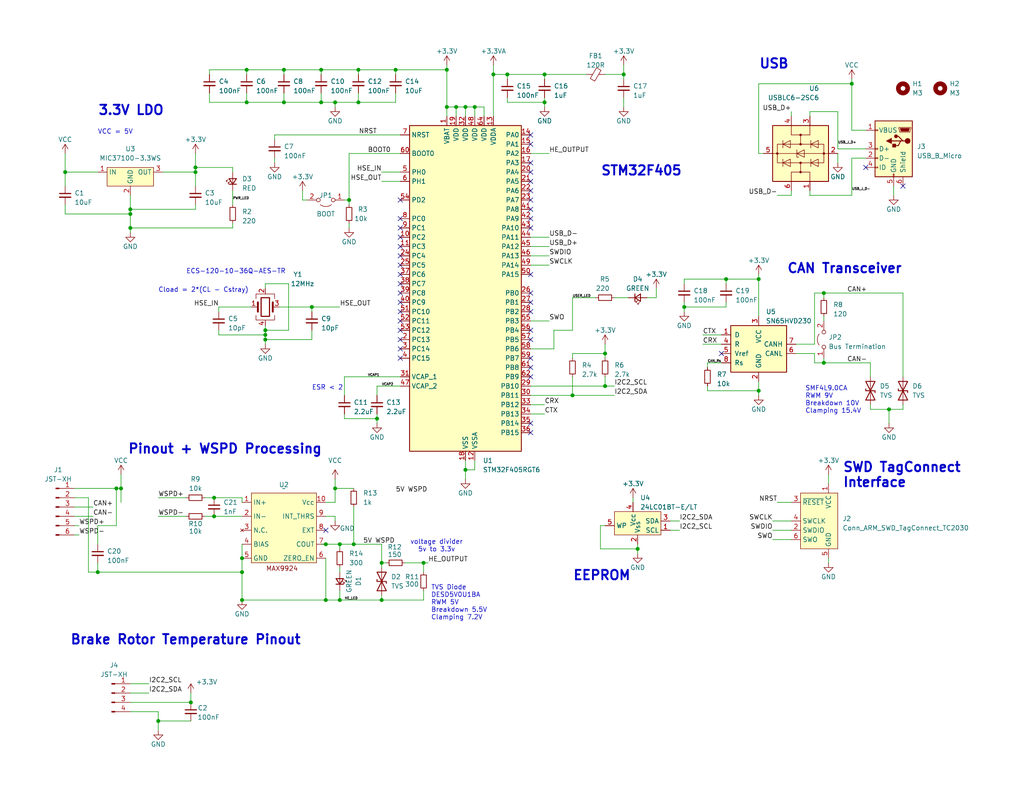
<source format=kicad_sch>
(kicad_sch (version 20250114) (generator "eeschema") (generator_version "9.0")
  (paper "USLetter")
  (title_block (title "SDM-25 Wheel Board") (date "2024-01-16") (rev "v1.2") (company "Sun Devil Motorsports"))
  (text "SWD TagConnect\nInterface" (at 229.87 133.35 0) (effects (font (size 2.56 2.56) (thickness 0.512) (bold yes)) (justify left bottom)))
  (text "Brake Rotor Temperature Pinout" (at 19.05 176.276 0) (effects (font (size 2.56 2.56) (thickness 0.512) (bold yes)) (justify left bottom)))
  (text "EEPROM" (at 156.21 158.75 0) (effects (font (size 2.56 2.56) (thickness 0.512) (bold yes)) (justify left bottom)))
  (text "USB" (at 207.01 19.05 0) (effects (font (size 2.56 2.56) (thickness 0.512) (bold yes)) (justify left bottom)))
  (text "TVS Diode\nDESD5V0U1BA\nRWM 5V\nBreakdown 5.5V\nClamping 7.2V" (at 117.602 169.418 0) (effects (font (size 1.27 1.27)) (justify left bottom)))
  (text "STM32F405" (at 163.83 48.26 0) (effects (font (size 2.56 2.56) (thickness 0.512) (bold yes)) (justify left bottom)))
  (text "ESR < 2" (at 85.09 106.68 0) (effects (font (size 1.27 1.27)) (justify left bottom)))
  (text "ECS-120-10-36Q-AES-TR" (at 50.8 74.93 0) (effects (font (size 1.27 1.27)) (justify left bottom)))
  (text "VCC = 5V\n" (at 26.67 36.83 0) (effects (font (size 1.27 1.27)) (justify left bottom)))
  (text "voltage divider\n5v to 3.3v" (at 119.126 149.098 0) (effects (font (size 1.27 1.27))))
  (text "Pinout + WSPD Processing" (at 34.798 124.206 0) (effects (font (size 2.56 2.56) (thickness 0.512) (bold yes)) (justify left bottom)))
  (text "SMF4L9.0CA\nRWM 9V\nBreakdown 10V\nClamping 15.4V" (at 219.71 113.03 0) (effects (font (size 1.27 1.27)) (justify left bottom)))
  (text "3.3V LDO" (at 26.67 31.75 0) (effects (font (size 2.56 2.56) (thickness 0.512) (bold yes)) (justify left bottom)))
  (text "Cload = 2*(CL - Cstray)" (at 43.18 80.01 0) (effects (font (size 1.27 1.27)) (justify left bottom)))
  (text "CAN Transceiver" (at 214.63 74.93 0) (effects (font (size 2.56 2.56) (thickness 0.512) (bold yes)) (justify left bottom)))
  (junction (at 170.18 20.32))
  (junction (at 87.63 19.05))
  (junction (at 207.01 106.68))
  (junction (at 115.57 153.67))
  (junction (at 134.62 20.32))
  (junction (at 232.41 22.86))
  (junction (at 52.07 191.77))
  (junction (at 17.78 46.99))
  (junction (at 91.44 133.35))
  (junction (at 165.1 96.52))
  (junction (at 186.69 83.82))
  (junction (at 91.44 27.94))
  (junction (at 35.56 58.42))
  (junction (at 66.04 156.21))
  (junction (at 72.39 92.71))
  (junction (at 242.57 111.76))
  (junction (at 121.92 29.21))
  (junction (at 26.67 156.21))
  (junction (at 53.34 46.99))
  (junction (at 43.18 196.85))
  (junction (at 102.87 114.3))
  (junction (at 85.09 83.82))
  (junction (at 97.79 19.05))
  (junction (at 72.39 90.17))
  (junction (at 104.14 153.67))
  (junction (at 97.79 27.94))
  (junction (at 198.12 76.2))
  (junction (at 207.01 76.2))
  (junction (at 35.56 62.23))
  (junction (at 35.56 57.15))
  (junction (at 156.21 107.95))
  (junction (at 224.79 80.01))
  (junction (at 92.71 163.83))
  (junction (at 165.1 105.41))
  (junction (at 67.31 27.94))
  (junction (at 58.42 135.89))
  (junction (at 148.59 20.32))
  (junction (at 72.39 91.44))
  (junction (at 77.47 27.94))
  (junction (at 127 128.27))
  (junction (at 87.63 27.94))
  (junction (at 92.71 148.59))
  (junction (at 124.46 29.21))
  (junction (at 127 29.21))
  (junction (at 33.02 133.35))
  (junction (at 67.31 19.05))
  (junction (at 31.75 133.35))
  (junction (at 107.95 19.05))
  (junction (at 53.34 45.72))
  (junction (at 224.79 99.06))
  (junction (at 88.9 148.59))
  (junction (at 96.52 148.59))
  (junction (at 173.99 149.86))
  (junction (at 121.92 19.05))
  (junction (at 66.04 152.4))
  (junction (at 138.43 20.32))
  (junction (at 58.42 140.97))
  (junction (at 148.59 27.94))
  (junction (at 104.14 163.83))
  (junction (at 77.47 19.05))
  (junction (at 129.54 29.21))
  (junction (at 88.9 163.83))
  (junction (at 95.25 54.61))
  (junction (at 66.04 163.83))
  (no_connect (at 109.22 72.39))
  (no_connect (at 144.78 46.99))
  (no_connect (at 144.78 118.11))
  (no_connect (at 144.78 82.55))
  (no_connect (at 109.22 69.85))
  (no_connect (at 109.22 85.09))
  (no_connect (at 144.78 92.71))
  (no_connect (at 144.78 54.61))
  (no_connect (at 109.22 77.47))
  (no_connect (at 88.9 144.78))
  (no_connect (at 144.78 52.07))
  (no_connect (at 109.22 64.77))
  (no_connect (at 246.38 50.8))
  (no_connect (at 144.78 100.33))
  (no_connect (at 109.22 95.25))
  (no_connect (at 236.22 45.72))
  (no_connect (at 196.85 96.52))
  (no_connect (at 144.78 97.79))
  (no_connect (at 109.22 59.69))
  (no_connect (at 109.22 90.17))
  (no_connect (at 144.78 90.17))
  (no_connect (at 144.78 57.15))
  (no_connect (at 144.78 80.01))
  (no_connect (at 144.78 102.87))
  (no_connect (at 109.22 67.31))
  (no_connect (at 109.22 54.61))
  (no_connect (at 109.22 80.01))
  (no_connect (at 144.78 115.57))
  (no_connect (at 144.78 62.23))
  (no_connect (at 144.78 36.83))
  (no_connect (at 144.78 85.09))
  (no_connect (at 144.78 39.37))
  (no_connect (at 109.22 82.55))
  (no_connect (at 144.78 49.53))
  (no_connect (at 144.78 59.69))
  (no_connect (at 109.22 92.71))
  (no_connect (at 109.22 87.63))
  (no_connect (at 144.78 74.93))
  (no_connect (at 109.22 62.23))
  (no_connect (at 144.78 44.45))
  (no_connect (at 109.22 97.79))
  (no_connect (at 109.22 74.93))
  (wire (pts (xy 74.93 38.1) (xy 74.93 36.83)))
  (wire (pts (xy 134.62 20.32) (xy 134.62 31.75)))
  (wire (pts (xy 186.69 82.55) (xy 186.69 83.82)))
  (wire (pts (xy 92.71 163.83) (xy 104.14 163.83)))
  (wire (pts (xy 170.18 21.59) (xy 170.18 20.32)))
  (wire (pts (xy 198.12 76.2) (xy 207.01 76.2)))
  (wire (pts (xy 144.78 41.91) (xy 149.86 41.91)))
  (wire (pts (xy 222.25 99.06) (xy 222.25 96.52)))
  (wire (pts (xy 144.78 69.85) (xy 149.86 69.85)))
  (wire (pts (xy 163.83 143.51) (xy 163.83 149.86)))
  (wire (pts (xy 92.71 154.94) (xy 92.71 156.21)))
  (wire (pts (xy 72.39 92.71) (xy 72.39 93.98)))
  (wire (pts (xy 88.9 152.4) (xy 88.9 163.83)))
  (wire (pts (xy 66.04 135.89) (xy 58.42 135.89)))
  (wire (pts (xy 232.41 35.56) (xy 232.41 22.86)))
  (wire (pts (xy 236.22 43.18) (xy 232.41 43.18)))
  (wire (pts (xy 17.78 55.88) (xy 17.78 58.42)))
  (wire (pts (xy 102.87 113.03) (xy 102.87 114.3)))
  (wire (pts (xy 207.01 104.14) (xy 207.01 106.68)))
  (wire (pts (xy 179.07 78.74) (xy 179.07 81.28)))
  (wire (pts (xy 91.44 133.35) (xy 91.44 137.16)))
  (wire (pts (xy 138.43 27.94) (xy 148.59 27.94)))
  (wire (pts (xy 44.45 46.99) (xy 53.34 46.99)))
  (wire (pts (xy 93.98 114.3) (xy 102.87 114.3)))
  (wire (pts (xy 115.57 153.67) (xy 116.84 153.67)))
  (wire (pts (xy 144.78 87.63) (xy 149.86 87.63)))
  (wire (pts (xy 95.25 60.96) (xy 95.25 62.23)))
  (wire (pts (xy 93.98 54.61) (xy 95.25 54.61)))
  (wire (pts (xy 57.15 20.32) (xy 57.15 19.05)))
  (wire (pts (xy 63.5 62.23) (xy 35.56 62.23)))
  (wire (pts (xy 77.47 20.32) (xy 77.47 19.05)))
  (wire (pts (xy 104.14 49.53) (xy 109.22 49.53)))
  (wire (pts (xy 58.42 140.97) (xy 66.04 140.97)))
  (wire (pts (xy 156.21 81.28) (xy 162.56 81.28)))
  (wire (pts (xy 210.82 142.24) (xy 215.9 142.24)))
  (wire (pts (xy 97.79 27.94) (xy 91.44 27.94)))
  (wire (pts (xy 193.04 106.68) (xy 207.01 106.68)))
  (wire (pts (xy 104.14 153.67) (xy 104.14 154.94)))
  (wire (pts (xy 66.04 152.4) (xy 66.04 156.21)))
  (wire (pts (xy 170.18 17.78) (xy 170.18 20.32)))
  (wire (pts (xy 242.57 111.76) (xy 242.57 115.57)))
  (wire (pts (xy 104.14 163.83) (xy 115.57 163.83)))
  (wire (pts (xy 53.34 45.72) (xy 53.34 46.99)))
  (wire (pts (xy 59.69 91.44) (xy 72.39 91.44)))
  (wire (pts (xy 182.88 142.24) (xy 185.42 142.24)))
  (wire (pts (xy 59.69 85.09) (xy 59.69 83.82)))
  (wire (pts (xy 129.54 31.75) (xy 129.54 29.21)))
  (wire (pts (xy 212.09 137.16) (xy 215.9 137.16)))
  (wire (pts (xy 97.79 20.32) (xy 97.79 19.05)))
  (wire (pts (xy 215.9 52.07) (xy 215.9 53.34)))
  (wire (pts (xy 198.12 83.82) (xy 186.69 83.82)))
  (wire (pts (xy 57.15 19.05) (xy 67.31 19.05)))
  (wire (pts (xy 193.04 99.06) (xy 193.04 100.33)))
  (wire (pts (xy 43.18 140.97) (xy 50.8 140.97)))
  (wire (pts (xy 210.82 147.32) (xy 215.9 147.32)))
  (wire (pts (xy 35.56 58.42) (xy 35.56 62.23)))
  (wire (pts (xy 104.14 46.99) (xy 109.22 46.99)))
  (wire (pts (xy 17.78 58.42) (xy 35.56 58.42)))
  (wire (pts (xy 107.95 20.32) (xy 107.95 19.05)))
  (wire (pts (xy 191.77 93.98) (xy 196.85 93.98)))
  (wire (pts (xy 224.79 80.01) (xy 246.38 80.01)))
  (wire (pts (xy 93.98 102.87) (xy 93.98 107.95)))
  (wire (pts (xy 226.06 129.54) (xy 226.06 132.08)))
  (wire (pts (xy 53.34 41.91) (xy 53.34 45.72)))
  (wire (pts (xy 78.74 90.17) (xy 78.74 77.47)))
  (wire (pts (xy 163.83 149.86) (xy 173.99 149.86)))
  (wire (pts (xy 77.47 19.05) (xy 87.63 19.05)))
  (wire (pts (xy 127 31.75) (xy 127 29.21)))
  (wire (pts (xy 144.78 95.25) (xy 151.13 95.25)))
  (wire (pts (xy 17.78 46.99) (xy 26.67 46.99)))
  (wire (pts (xy 53.34 55.88) (xy 53.34 57.15)))
  (wire (pts (xy 138.43 20.32) (xy 134.62 20.32)))
  (wire (pts (xy 144.78 67.31) (xy 149.86 67.31)))
  (wire (pts (xy 63.5 62.23) (xy 63.5 60.96)))
  (wire (pts (xy 237.49 110.49) (xy 237.49 111.76)))
  (wire (pts (xy 77.47 25.4) (xy 77.47 27.94)))
  (wire (pts (xy 148.59 26.67) (xy 148.59 27.94)))
  (wire (pts (xy 220.98 30.48) (xy 228.6 30.48)))
  (wire (pts (xy 151.13 90.17) (xy 156.21 90.17)))
  (wire (pts (xy 222.25 80.01) (xy 222.25 93.98)))
  (wire (pts (xy 228.6 30.48) (xy 228.6 40.64)))
  (wire (pts (xy 85.09 92.71) (xy 72.39 92.71)))
  (wire (pts (xy 91.44 137.16) (xy 88.9 137.16)))
  (wire (pts (xy 91.44 140.97) (xy 91.44 142.24)))
  (wire (pts (xy 127 29.21) (xy 129.54 29.21)))
  (wire (pts (xy 72.39 88.9) (xy 72.39 90.17)))
  (wire (pts (xy 144.78 110.49) (xy 148.59 110.49)))
  (wire (pts (xy 207.01 41.91) (xy 207.01 22.86)))
  (wire (pts (xy 138.43 26.67) (xy 138.43 27.94)))
  (wire (pts (xy 144.78 72.39) (xy 149.86 72.39)))
  (wire (pts (xy 156.21 97.79) (xy 156.21 96.52)))
  (wire (pts (xy 144.78 105.41) (xy 165.1 105.41)))
  (wire (pts (xy 222.25 96.52) (xy 217.17 96.52)))
  (wire (pts (xy 121.92 19.05) (xy 121.92 29.21)))
  (wire (pts (xy 35.56 57.15) (xy 35.56 58.42)))
  (wire (pts (xy 43.18 194.31) (xy 43.18 196.85)))
  (wire (pts (xy 165.1 96.52) (xy 165.1 97.79)))
  (wire (pts (xy 92.71 148.59) (xy 92.71 149.86)))
  (wire (pts (xy 53.34 46.99) (xy 53.34 50.8)))
  (wire (pts (xy 91.44 133.35) (xy 96.52 133.35)))
  (wire (pts (xy 129.54 125.73) (xy 129.54 128.27)))
  (wire (pts (xy 95.25 55.88) (xy 95.25 54.61)))
  (wire (pts (xy 222.25 93.98) (xy 217.17 93.98)))
  (wire (pts (xy 156.21 90.17) (xy 156.21 81.28)))
  (wire (pts (xy 87.63 148.59) (xy 88.9 148.59)))
  (wire (pts (xy 236.22 35.56) (xy 232.41 35.56)))
  (wire (pts (xy 134.62 17.78) (xy 134.62 20.32)))
  (wire (pts (xy 55.88 135.89) (xy 58.42 135.89)))
  (wire (pts (xy 104.14 148.59) (xy 104.14 153.67)))
  (wire (pts (xy 85.09 90.17) (xy 85.09 92.71)))
  (wire (pts (xy 124.46 31.75) (xy 124.46 29.21)))
  (wire (pts (xy 193.04 105.41) (xy 193.04 106.68)))
  (wire (pts (xy 85.09 83.82) (xy 76.2 83.82)))
  (wire (pts (xy 66.04 148.59) (xy 66.04 152.4)))
  (wire (pts (xy 127 128.27) (xy 127 130.81)))
  (wire (pts (xy 97.79 25.4) (xy 97.79 27.94)))
  (wire (pts (xy 67.31 19.05) (xy 77.47 19.05)))
  (wire (pts (xy 74.93 36.83) (xy 109.22 36.83)))
  (wire (pts (xy 33.02 129.54) (xy 33.02 133.35)))
  (wire (pts (xy 26.67 156.21) (xy 66.04 156.21)))
  (wire (pts (xy 243.84 50.8) (xy 243.84 53.34)))
  (wire (pts (xy 72.39 90.17) (xy 78.74 90.17)))
  (wire (pts (xy 63.5 45.72) (xy 53.34 45.72)))
  (wire (pts (xy 20.32 138.43) (xy 25.4 138.43)))
  (wire (pts (xy 220.98 30.48) (xy 220.98 31.75)))
  (wire (pts (xy 87.63 19.05) (xy 97.79 19.05)))
  (wire (pts (xy 224.79 81.28) (xy 224.79 80.01)))
  (wire (pts (xy 107.95 27.94) (xy 97.79 27.94)))
  (wire (pts (xy 20.32 143.51) (xy 21.59 143.51)))
  (wire (pts (xy 102.87 107.95) (xy 102.87 105.41)))
  (wire (pts (xy 207.01 106.68) (xy 207.01 107.95)))
  (wire (pts (xy 186.69 76.2) (xy 198.12 76.2)))
  (wire (pts (xy 72.39 90.17) (xy 72.39 91.44)))
  (wire (pts (xy 67.31 25.4) (xy 67.31 27.94)))
  (wire (pts (xy 102.87 115.57) (xy 102.87 114.3)))
  (wire (pts (xy 208.28 41.91) (xy 207.01 41.91)))
  (wire (pts (xy 191.77 91.44) (xy 196.85 91.44)))
  (wire (pts (xy 104.14 153.67) (xy 105.41 153.67)))
  (wire (pts (xy 85.09 83.82) (xy 92.71 83.82)))
  (wire (pts (xy 85.09 85.09) (xy 85.09 83.82)))
  (wire (pts (xy 222.25 99.06) (xy 224.79 99.06)))
  (wire (pts (xy 196.85 99.06) (xy 193.04 99.06)))
  (wire (pts (xy 182.88 144.78) (xy 185.42 144.78)))
  (wire (pts (xy 20.32 140.97) (xy 25.4 140.97)))
  (wire (pts (xy 220.98 52.07) (xy 220.98 53.34)))
  (wire (pts (xy 224.79 97.79) (xy 224.79 99.06)))
  (wire (pts (xy 31.75 143.51) (xy 31.75 133.35)))
  (wire (pts (xy 91.44 27.94) (xy 91.44 29.21)))
  (wire (pts (xy 88.9 148.59) (xy 92.71 148.59)))
  (wire (pts (xy 52.07 189.23) (xy 52.07 191.77)))
  (wire (pts (xy 53.34 57.15) (xy 35.56 57.15)))
  (wire (pts (xy 87.63 27.94) (xy 91.44 27.94)))
  (wire (pts (xy 66.04 137.16) (xy 66.04 135.89)))
  (wire (pts (xy 115.57 153.67) (xy 115.57 156.21)))
  (wire (pts (xy 170.18 26.67) (xy 170.18 29.21)))
  (wire (pts (xy 24.13 135.89) (xy 24.13 156.21)))
  (wire (pts (xy 132.08 31.75) (xy 132.08 29.21)))
  (wire (pts (xy 127 128.27) (xy 129.54 128.27)))
  (wire (pts (xy 24.13 156.21) (xy 26.67 156.21)))
  (wire (pts (xy 66.04 163.83) (xy 88.9 163.83)))
  (wire (pts (xy 173.99 149.86) (xy 173.99 151.13)))
  (wire (pts (xy 72.39 91.44) (xy 72.39 92.71)))
  (wire (pts (xy 107.95 19.05) (xy 121.92 19.05)))
  (wire (pts (xy 104.14 162.56) (xy 104.14 163.83)))
  (wire (pts (xy 96.52 148.59) (xy 104.14 148.59)))
  (wire (pts (xy 232.41 22.86) (xy 232.41 21.59)))
  (wire (pts (xy 77.47 27.94) (xy 87.63 27.94)))
  (wire (pts (xy 156.21 107.95) (xy 167.64 107.95)))
  (wire (pts (xy 20.32 135.89) (xy 24.13 135.89)))
  (wire (pts (xy 148.59 20.32) (xy 160.02 20.32)))
  (wire (pts (xy 228.6 40.64) (xy 236.22 40.64)))
  (wire (pts (xy 92.71 148.59) (xy 96.52 148.59)))
  (wire (pts (xy 67.31 20.32) (xy 67.31 19.05)))
  (wire (pts (xy 82.55 52.07) (xy 82.55 54.61)))
  (wire (pts (xy 67.31 27.94) (xy 77.47 27.94)))
  (wire (pts (xy 35.56 186.69) (xy 40.64 186.69)))
  (wire (pts (xy 63.5 52.07) (xy 63.5 55.88)))
  (wire (pts (xy 96.52 138.43) (xy 96.52 148.59)))
  (wire (pts (xy 57.15 25.4) (xy 57.15 27.94)))
  (wire (pts (xy 226.06 152.4) (xy 226.06 153.67)))
  (wire (pts (xy 222.25 80.01) (xy 224.79 80.01)))
  (wire (pts (xy 107.95 25.4) (xy 107.95 27.94)))
  (wire (pts (xy 20.32 133.35) (xy 31.75 133.35)))
  (wire (pts (xy 179.07 81.28) (xy 176.53 81.28)))
  (wire (pts (xy 207.01 74.93) (xy 207.01 76.2)))
  (wire (pts (xy 132.08 29.21) (xy 129.54 29.21)))
  (wire (pts (xy 212.09 53.34) (xy 215.9 53.34)))
  (wire (pts (xy 232.41 43.18) (xy 232.41 53.34)))
  (wire (pts (xy 35.56 191.77) (xy 52.07 191.77)))
  (wire (pts (xy 74.93 43.18) (xy 74.93 44.45)))
  (wire (pts (xy 228.6 41.91) (xy 228.6 44.45)))
  (wire (pts (xy 91.44 130.81) (xy 91.44 133.35)))
  (wire (pts (xy 207.01 22.86) (xy 232.41 22.86)))
  (wire (pts (xy 110.49 153.67) (xy 115.57 153.67)))
  (wire (pts (xy 52.07 196.85) (xy 43.18 196.85)))
  (wire (pts (xy 82.55 54.61) (xy 83.82 54.61)))
  (wire (pts (xy 59.69 90.17) (xy 59.69 91.44)))
  (wire (pts (xy 156.21 102.87) (xy 156.21 107.95)))
  (wire (pts (xy 87.63 25.4) (xy 87.63 27.94)))
  (wire (pts (xy 72.39 77.47) (xy 72.39 78.74)))
  (wire (pts (xy 210.82 144.78) (xy 215.9 144.78)))
  (wire (pts (xy 144.78 107.95) (xy 156.21 107.95)))
  (wire (pts (xy 246.38 80.01) (xy 246.38 102.87)))
  (wire (pts (xy 144.78 113.03) (xy 148.59 113.03)))
  (wire (pts (xy 109.22 102.87) (xy 93.98 102.87)))
  (wire (pts (xy 57.15 27.94) (xy 67.31 27.94)))
  (wire (pts (xy 26.67 153.67) (xy 26.67 156.21)))
  (wire (pts (xy 63.5 46.99) (xy 63.5 45.72)))
  (wire (pts (xy 151.13 95.25) (xy 151.13 90.17)))
  (wire (pts (xy 102.87 105.41) (xy 109.22 105.41)))
  (wire (pts (xy 115.57 161.29) (xy 115.57 163.83)))
  (wire (pts (xy 165.1 102.87) (xy 165.1 105.41)))
  (wire (pts (xy 33.02 133.35) (xy 33.02 137.16)))
  (wire (pts (xy 156.21 96.52) (xy 165.1 96.52)))
  (wire (pts (xy 242.57 111.76) (xy 246.38 111.76)))
  (wire (pts (xy 165.1 143.51) (xy 163.83 143.51)))
  (wire (pts (xy 97.79 19.05) (xy 107.95 19.05)))
  (wire (pts (xy 95.25 41.91) (xy 95.25 54.61)))
  (wire (pts (xy 43.18 135.89) (xy 50.8 135.89)))
  (wire (pts (xy 35.56 194.31) (xy 43.18 194.31)))
  (wire (pts (xy 17.78 46.99) (xy 17.78 50.8)))
  (wire (pts (xy 121.92 29.21) (xy 121.92 31.75)))
  (wire (pts (xy 20.32 146.05) (xy 21.59 146.05)))
  (wire (pts (xy 172.72 135.89) (xy 172.72 137.16)))
  (wire (pts (xy 148.59 27.94) (xy 148.59 29.21)))
  (wire (pts (xy 93.98 113.03) (xy 93.98 114.3)))
  (wire (pts (xy 88.9 163.83) (xy 92.71 163.83)))
  (wire (pts (xy 215.9 30.48) (xy 215.9 31.75)))
  (wire (pts (xy 224.79 99.06) (xy 237.49 99.06)))
  (wire (pts (xy 165.1 93.98) (xy 165.1 96.52)))
  (wire (pts (xy 198.12 82.55) (xy 198.12 83.82)))
  (wire (pts (xy 78.74 77.47) (xy 72.39 77.47)))
  (wire (pts (xy 17.78 41.91) (xy 17.78 46.99)))
  (wire (pts (xy 148.59 20.32) (xy 138.43 20.32)))
  (wire (pts (xy 35.56 63.5) (xy 35.56 62.23)))
  (wire (pts (xy 26.67 143.51) (xy 31.75 143.51)))
  (wire (pts (xy 88.9 140.97) (xy 91.44 140.97)))
  (wire (pts (xy 92.71 161.29) (xy 92.71 163.83)))
  (wire (pts (xy 87.63 20.32) (xy 87.63 19.05)))
  (wire (pts (xy 144.78 64.77) (xy 149.86 64.77)))
  (wire (pts (xy 237.49 111.76) (xy 242.57 111.76)))
  (wire (pts (xy 173.99 148.59) (xy 173.99 149.86)))
  (wire (pts (xy 26.67 143.51) (xy 26.67 148.59)))
  (wire (pts (xy 165.1 105.41) (xy 167.64 105.41)))
  (wire (pts (xy 43.18 196.85) (xy 43.18 199.39)))
  (wire (pts (xy 127 125.73) (xy 127 128.27)))
  (wire (pts (xy 109.22 41.91) (xy 95.25 41.91)))
  (wire (pts (xy 31.75 133.35) (xy 33.02 133.35)))
  (wire (pts (xy 207.01 76.2) (xy 207.01 86.36)))
  (wire (pts (xy 35.56 53.34) (xy 35.56 57.15)))
  (wire (pts (xy 138.43 21.59) (xy 138.43 20.32)))
  (wire (pts (xy 232.41 53.34) (xy 220.98 53.34)))
  (wire (pts (xy 186.69 83.82) (xy 186.69 85.09)))
  (wire (pts (xy 237.49 102.87) (xy 237.49 99.06)))
  (wire (pts (xy 59.69 83.82) (xy 68.58 83.82)))
  (wire (pts (xy 246.38 110.49) (xy 246.38 111.76)))
  (wire (pts (xy 186.69 77.47) (xy 186.69 76.2)))
  (wire (pts (xy 35.56 189.23) (xy 40.64 189.23)))
  (wire (pts (xy 66.04 163.83) (xy 66.04 156.21)))
  (wire (pts (xy 121.92 17.78) (xy 121.92 19.05)))
  (wire (pts (xy 167.64 81.28) (xy 171.45 81.28)))
  (wire (pts (xy 224.79 86.36) (xy 224.79 87.63)))
  (wire (pts (xy 148.59 21.59) (xy 148.59 20.32)))
  (wire (pts (xy 55.88 140.97) (xy 58.42 140.97)))
  (wire (pts (xy 124.46 29.21) (xy 127 29.21)))
  (wire (pts (xy 170.18 20.32) (xy 165.1 20.32)))
  (wire (pts (xy 121.92 29.21) (xy 124.46 29.21)))
  (wire (pts (xy 198.12 77.47) (xy 198.12 76.2)))
  (label "CTX" (at 148.59 113.03 0))
  (label "SWDIO" (at 149.86 69.85 0))
  (label "HE_OUTPUT" (at 116.84 153.67 0))
  (label "I2C2_SDA" (at 185.42 142.24 0))
  (label "HSE_OUT" (at 104.14 49.53 180))
  (label "CRX" (at 191.77 93.98 0))
  (label "USB_D-" (at 212.09 53.34 180))
  (label "I2C2_SDA" (at 167.64 107.95 0))
  (label "USB_J_D+" (at 228.6 39.37 0) (effects (font (size 0.65 0.65))))
  (label "CAN_Rs" (at 193.04 99.06 0) (effects (font (size 0.65 0.65))))
  (label "5V WSPD" (at 99.06 148.59 0))
  (label "CAN-" (at 25.4 140.97 0))
  (label "CAN+" (at 231.14 80.01 0))
  (label "SWCLK" (at 149.86 72.39 0))
  (label "USB_D+" (at 149.86 67.31 0))
  (label "VCAP2" (at 104.14 105.41 0) (effects (font (size 0.65 0.65))))
  (label "USB_J_D-" (at 232.41 52.07 0) (effects (font (size 0.65 0.65))))
  (label "HE_OUTPUT" (at 149.86 41.91 0))
  (label "5V WSPD" (at 107.95 134.62 0))
  (label "WSPD-" (at 43.18 140.97 0))
  (label "I2C2_SCL" (at 40.64 186.69 0))
  (label "HSE_IN" (at 59.69 83.82 180))
  (label "HSE_OUT" (at 92.71 83.82 0))
  (label "SWDIO" (at 210.82 144.78 180))
  (label "I2C2_SDA" (at 40.64 189.23 0))
  (label "SWO" (at 210.82 147.32 180))
  (label "CAN-" (at 231.14 99.06 0))
  (label "HSE_IN" (at 104.14 46.99 180))
  (label "SWCLK" (at 210.82 142.24 180))
  (label "CAN+" (at 25.4 138.43 0))
  (label "I2C2_SCL" (at 167.64 105.41 0))
  (label "CTX" (at 191.77 91.44 0))
  (label "USB_D-" (at 149.86 64.77 0))
  (label "USER_LED" (at 156.21 81.28 0) (effects (font (size 0.65 0.65))))
  (label "WSPD+" (at 21.59 143.51 0))
  (label "BOOT0" (at 100.33 41.91 0))
  (label "WSPD-" (at 21.59 146.05 0))
  (label "CRX" (at 148.59 110.49 0))
  (label "I2C2_SCL" (at 185.42 144.78 0))
  (label "PWR_LED" (at 63.5 54.61 0) (effects (font (size 0.65 0.65))))
  (label "VCAP1" (at 100.33 102.87 0) (effects (font (size 0.65 0.65))))
  (label "NRST" (at 102.87 36.83 180))
  (label "HE_LED" (at 93.98 163.83 0) (effects (font (size 0.64 0.64))))
  (label "SWO" (at 149.86 87.63 0))
  (label "NRST" (at 212.09 137.16 180))
  (label "WSPD+" (at 43.18 135.89 0))
  (label "USB_D+" (at 215.9 30.48 180))
  (symbol (lib_id "power:GND") (at 186.69 85.09 0) (unit 1)
    (property "Reference" "#PWR024" (effects (hide yes)))
    (property "Value" "GND" (at 186.69 88.9 0))
  )
  (symbol (lib_id "Device:C_Small") (at 87.63 22.86 0) (unit 1)
    (property "Reference" "C10" (at 90.17 22.2313 0) (effects (justify left)))
    (property "Value" "100nF" (at 90.17 24.7713 0) (effects (justify left)))
    (property "Footprint" "Capacitor_SMD:C_0402_1005Metric" (effects (hide yes)))
  )
  (symbol (lib_id "power:VCC") (at 17.78 41.91 0) (unit 1)
    (property "Reference" "#PWR01" (effects (hide yes)))
    (property "Value" "VCC" (at 17.78 38.1 0))
  )
  (symbol (lib_id "Device:C_Small") (at 107.95 22.86 0) (unit 1)
    (property "Reference" "C14" (at 110.49 22.2313 0) (effects (justify left)))
    (property "Value" "10uF" (at 110.49 24.7713 0) (effects (justify left)))
    (property "Footprint" "Capacitor_SMD:C_0805_2012Metric" (effects (hide yes)))
  )
  (symbol (lib_id "power:GND") (at 127 130.81 0) (unit 1)
    (property "Reference" "#PWR015" (effects (hide yes)))
    (property "Value" "GND" (at 127 134.62 0))
  )
  (symbol (lib_id "power:VCC") (at 33.02 129.54 0) (unit 1)
    (property "Reference" "#PWR035" (effects (hide yes)))
    (property "Value" "VCC" (at 33.02 125.73 0))
  )
  (symbol (lib_id "power:GND") (at 95.25 62.23 0) (unit 1)
    (property "Reference" "#PWR012" (effects (hide yes)))
    (property "Value" "GND" (at 95.25 66.04 0))
  )
  (symbol (lib_id "Device:R_Small") (at 92.71 152.4 0) (unit 1)
    (property "Reference" "R14" (at 95.25 151.1299 0) (effects (justify left)))
    (property "Value" "300" (at 95.25 153.6699 0) (effects (justify left)))
    (property "Footprint" "Resistor_SMD:R_0603_1608Metric" (effects (hide yes)))
    (property "Description" "Resistor, small symbol" (effects (hide yes)))
  )
  (symbol (lib_id "power:GND") (at 243.84 53.34 0) (unit 1)
    (property "Reference" "#PWR032" (effects (hide yes)))
    (property "Value" "GND" (at 243.84 57.15 0))
  )
  (symbol (lib_id "Amplifier_Audio:MAX9924") (at 77.47 134.62 0) (unit 1)
    (property "Reference" "U2" (at 77.47 132.334 0))
    (property "Value" "~" (at 77.47 133.35 0))
    (property "Footprint" "Package_SO:MAX9924" (effects (hide yes)))
  )
  (symbol (lib_id "Device:C_Small") (at 74.93 40.64 0) (unit 1)
    (property "Reference" "C7" (at 77.47 40.0113 0) (effects (justify left)))
    (property "Value" "100nF" (at 77.47 42.5513 0) (effects (justify left)))
    (property "Footprint" "Capacitor_SMD:C_0402_1005Metric" (effects (hide yes)))
  )
  (symbol (lib_id "power:+3.3V") (at 52.07 189.23 0) (unit 1)
    (property "Reference" "#PWR06" (effects (hide yes)))
    (property "Value" "+3.3V" (at 56.388 186.182 0))
  )
  (symbol (lib_id "Device:D_TVS") (at 237.49 106.68 90) (unit 1)
    (property "Reference" "D5" (at 240.03 105.41 90) (effects (justify right)))
    (property "Value" "TVS" (at 240.03 107.95 90) (effects (justify right)))
    (property "Footprint" "Library:SOD-123FL" (effects (hide yes)))
  )
  (symbol (lib_name "VCC_1") (lib_id "power:VCC") (at 91.44 130.81 0) (unit 1)
    (property "Reference" "#PWR03" (effects (hide yes)))
    (property "Value" "VCC" (at 91.44 125.73 0))
    (property "Description" "Power symbol creates a global label with name \"VCC\"" (effects (hide yes)))
  )
  (symbol (lib_id "Device:R_Small") (at 115.57 158.75 0) (unit 1)
    (property "Reference" "R11" (at 110.49 157.48 0) (effects (justify left)))
    (property "Value" "300" (at 110.49 159.512 0) (effects (justify left)))
    (property "Footprint" "Resistor_SMD:R_0805_2012Metric" (effects (hide yes)))
    (property "Description" "Resistor, small symbol" (effects (hide yes)))
  )
  (symbol (lib_id "power:GND") (at 74.93 44.45 0) (unit 1)
    (property "Reference" "#PWR09" (effects (hide yes)))
    (property "Value" "GND" (at 74.93 48.26 0))
  )
  (symbol (lib_id "Device:R_Small") (at 107.95 153.67 90) (unit 1)
    (property "Reference" "R12" (at 107.696 149.352 90))
    (property "Value" "150" (at 107.696 151.384 90))
    (property "Footprint" "Resistor_SMD:R_0805_2012Metric" (effects (hide yes)))
    (property "Description" "Resistor, small symbol" (effects (hide yes)))
  )
  (symbol (lib_id "Device:R_Small") (at 156.21 100.33 0) (unit 1)
    (property "Reference" "R4" (at 158.75 99.695 0) (effects (justify left)))
    (property "Value" "2.7k" (at 158.75 102.235 0) (effects (justify left)))
    (property "Footprint" "Resistor_SMD:R_0603_1608Metric" (effects (hide yes)))
  )
  (symbol (lib_id "power:GND") (at 228.6 44.45 0) (unit 1)
    (property "Reference" "#PWR029" (effects (hide yes)))
    (property "Value" "GND" (at 228.6 48.26 0))
  )
  (symbol (lib_id "Device:R_Small") (at 95.25 58.42 0) (mirror x) (unit 1)
    (property "Reference" "R3" (at 100.33 57.15 0) (effects (justify right)))
    (property "Value" "10k" (at 100.33 59.69 0) (effects (justify right)))
    (property "Footprint" "Resistor_SMD:R_0805_2012Metric" (effects (hide yes)))
  )
  (symbol (lib_id "power:GND") (at 66.04 163.83 0) (unit 1)
    (property "Reference" "#PWR04" (effects (hide yes)))
    (property "Value" "GND" (at 66.04 167.64 0))
  )
  (symbol (lib_id "Device:C_Small") (at 85.09 87.63 0) (unit 1)
    (property "Reference" "C9" (at 87.63 87.0013 0) (effects (justify left)))
    (property "Value" "10pF" (at 87.63 89.5413 0) (effects (justify left)))
    (property "Footprint" "Capacitor_SMD:C_0402_1005Metric" (effects (hide yes)))
  )
  (symbol (lib_id "Library:MIC37100-3.3WS") (at 35.56 43.18 0) (unit 1)
    (property "Reference" "U3" (at 35.56 40.64 0))
    (property "Value" "MIC37100-3.3WS" (at 35.56 43.18 0))
    (property "Footprint" "Package_TO_SOT_SMD:SOT-223-3_TabPin2" (effects (hide yes)))
  )
  (symbol (lib_id "Device:R_Small") (at 165.1 100.33 0) (unit 1)
    (property "Reference" "R6" (at 167.64 99.695 0) (effects (justify left)))
    (property "Value" "2.7k" (at 167.64 102.235 0) (effects (justify left)))
    (property "Footprint" "Resistor_SMD:R_0603_1608Metric" (effects (hide yes)))
  )
  (symbol (lib_id "Mechanical:MountingHole") (at 246.38 24.13 0) (unit 1)
    (property "Reference" "H1" (at 248.92 22.86 0) (effects (justify left)))
    (property "Value" "M3" (at 248.92 25.4 0) (effects (justify left)))
    (property "Footprint" "MountingHole:MountingHole_3.2mm_M3" (effects (hide yes)))
  )
  (symbol (lib_id "Connector:Conn_01x04_Pin") (at 30.48 189.23 0) (unit 1)
    (property "Reference" "J4" (at 31.115 181.61 0))
    (property "Value" "JST-XH" (at 31.115 184.15 0))
    (property "Footprint" "Connector_JST:JST_EH_B4B-EH-A_1x04_P2.50mm_Vertical" (effects (hide yes)))
    (property "Description" "Generic connector, single row, 01x04, script generated" (effects (hide yes)))
  )
  (symbol (lib_id "Mechanical:MountingHole") (at 256.54 24.13 0) (unit 1)
    (property "Reference" "H2" (at 259.08 22.86 0) (effects (justify left)))
    (property "Value" "M3" (at 259.08 25.4 0) (effects (justify left)))
    (property "Footprint" "MountingHole:MountingHole_3.2mm_M3" (effects (hide yes)))
  )
  (symbol (lib_id "power:VCC") (at 232.41 21.59 0) (unit 1)
    (property "Reference" "#PWR030" (effects (hide yes)))
    (property "Value" "VCC" (at 232.41 17.78 0))
  )
  (symbol (lib_id "Device:C_Small") (at 198.12 80.01 0) (unit 1)
    (property "Reference" "C19" (at 200.66 79.3813 0) (effects (justify left)))
    (property "Value" "100nF" (at 200.66 81.9213 0) (effects (justify left)))
    (property "Footprint" "Capacitor_SMD:C_0402_1005Metric" (effects (hide yes)))
  )
  (symbol (lib_id "Jumper:Jumper_2_Open") (at 224.79 92.71 90) (unit 1)
    (property "Reference" "JP2" (at 226.06 92.075 90) (effects (justify right)))
    (property "Value" "Bus Termination" (at 226.06 94.615 90) (effects (justify right)))
    (property "Footprint" "Connector_PinHeader_2.54mm:PinHeader_1x02_P2.54mm_Vertical" (effects (hide yes)))
  )
  (symbol (lib_id "Device:R_Small") (at 193.04 102.87 0) (unit 1)
    (property "Reference" "R7" (at 195.58 102.235 0) (effects (justify left)))
    (property "Value" "10k" (at 195.58 104.775 0) (effects (justify left)))
    (property "Footprint" "Resistor_SMD:R_0805_2012Metric" (effects (hide yes)))
  )
  (symbol (lib_id "Device:R_Small") (at 53.34 140.97 90) (unit 1)
    (property "Reference" "R10" (at 53.34 143.002 90))
    (property "Value" "10k" (at 53.34 145.034 90))
    (property "Footprint" "Resistor_SMD:R_0805_2012Metric" (effects (hide yes)))
    (property "Description" "Resistor, small symbol" (effects (hide yes)))
  )
  (symbol (lib_id "Jumper:Jumper_2_Open") (at 88.9 54.61 180) (unit 1)
    (property "Reference" "JP1" (at 88.9 53.34 0))
    (property "Value" "BOOT" (at 88.9 58.42 0))
    (property "Footprint" "Connector_PinHeader_2.54mm:PinHeader_1x02_P2.54mm_Vertical" (effects (hide yes)))
  )
  (symbol (lib_id "power:+3.3V") (at 165.1 93.98 0) (unit 1)
    (property "Reference" "#PWR018" (effects (hide yes)))
    (property "Value" "+3.3V" (at 165.1 90.17 0))
  )
  (symbol (lib_id "Connector:Conn_ARM_SWD_TagConnect_TC2030") (at 223.52 142.24 0) (mirror y) (unit 1) (in_bom no)
    (property "Reference" "J2" (at 229.87 141.605 0) (effects (justify right)))
    (property "Value" "Conn_ARM_SWD_TagConnect_TC2030" (at 229.87 144.145 0) (effects (justify right)))
    (property "Footprint" "Connector:Tag-Connect_TC2030-IDC-NL_2x03_P1.27mm_Vertical" (effects (hide yes)))
    (property "Datasheet" "https://www.tag-connect.com/wp-content/uploads/bsk-pdf-manager/TC2030-CTX_1.pdf" (effects (hide yes)))
  )
  (symbol (lib_id "Device:C_Small") (at 53.34 53.34 0) (unit 1)
    (property "Reference" "C3" (at 55.88 52.7113 0) (effects (justify left)))
    (property "Value" "10uF" (at 55.88 55.2513 0) (effects (justify left)))
    (property "Footprint" "Capacitor_SMD:C_0805_2012Metric" (effects (hide yes)))
  )
  (symbol (lib_id "Device:FerriteBead_Small") (at 162.56 20.32 90) (unit 1)
    (property "Reference" "FB1" (at 162.5219 15.24 90))
    (property "Value" "120R" (at 162.5219 17.78 90))
    (property "Footprint" "Inductor_SMD:L_0603_1608Metric" (effects (hide yes)))
  )
  (symbol (lib_id "power:GND") (at 207.01 107.95 0) (unit 1)
    (property "Reference" "#PWR026" (effects (hide yes)))
    (property "Value" "GND" (at 207.01 111.76 0))
  )
  (symbol (lib_id "Device:C_Small") (at 93.98 110.49 0) (unit 1)
    (property "Reference" "C11" (at 96.52 109.8613 0) (effects (justify left)))
    (property "Value" "2.2uF" (at 96.52 112.4013 0) (effects (justify left)))
    (property "Footprint" "Capacitor_SMD:C_0603_1608Metric" (effects (hide yes)))
  )
  (symbol (lib_id "power:+3.3V") (at 170.18 17.78 0) (unit 1)
    (property "Reference" "#PWR019" (effects (hide yes)))
    (property "Value" "+3.3V" (at 170.18 13.97 0))
  )
  (symbol (lib_id "Connector:USB_B_Micro") (at 243.84 40.64 0) (mirror y) (unit 1)
    (property "Reference" "J3" (at 250.19 40.005 0) (effects (justify right)))
    (property "Value" "USB_B_Micro" (at 250.19 42.545 0) (effects (justify right)))
    (property "Footprint" "Connector_USB:USB_Micro-B_Molex-105017-0001" (effects (hide yes)))
  )
  (symbol (lib_id "Library:24LC01BT-x/LT") (at 173.99 137.16 0) (unit 1)
    (property "Reference" "U4" (at 174.6759 135.89 0) (effects (justify left)))
    (property "Value" "24LC01BT-E/LT" (at 174.6759 138.43 0) (effects (justify left)))
    (property "Footprint" "Library:SC-70-5" (effects (hide yes)))
  )
  (symbol (lib_id "Device:C_Small") (at 186.69 80.01 0) (unit 1)
    (property "Reference" "C18" (at 189.23 79.3813 0) (effects (justify left)))
    (property "Value" "100nF" (at 189.23 81.9213 0) (effects (justify left)))
    (property "Footprint" "Capacitor_SMD:C_0402_1005Metric" (effects (hide yes)))
  )
  (symbol (lib_id "Device:C_Small") (at 67.31 22.86 0) (unit 1)
    (property "Reference" "C6" (at 69.85 22.2313 0) (effects (justify left)))
    (property "Value" "100nF" (at 69.85 24.7713 0) (effects (justify left)))
    (property "Footprint" "Capacitor_SMD:C_0402_1005Metric" (effects (hide yes)))
  )
  (symbol (lib_id "Device:R_Small") (at 165.1 81.28 270) (unit 1)
    (property "Reference" "R5" (at 166.37 76.2 90) (effects (justify right)))
    (property "Value" "220" (at 166.37 78.74 90) (effects (justify right)))
    (property "Footprint" "Resistor_SMD:R_0805_2012Metric" (effects (hide yes)))
  )
  (symbol (lib_id "power:GND") (at 173.99 151.13 0) (unit 1)
    (property "Reference" "#PWR022" (effects (hide yes)))
    (property "Value" "GND" (at 173.99 154.94 0))
  )
  (symbol (lib_id "Device:Crystal_GND24") (at 72.39 83.82 0) (unit 1)
    (property "Reference" "Y1" (at 81.28 74.93 0))
    (property "Value" "12MHz" (at 82.55 77.47 0))
    (property "Footprint" "Crystal:Crystal_SMD_2520-4Pin_2.5x2.0mm" (effects (hide yes)))
  )
  (symbol (lib_id "power:GND") (at 91.44 29.21 0) (unit 1)
    (property "Reference" "#PWR011" (effects (hide yes)))
    (property "Value" "GND" (at 91.44 33.02 0))
  )
  (symbol (lib_id "power:+3.3V") (at 82.55 52.07 0) (unit 1)
    (property "Reference" "#PWR010" (effects (hide yes)))
    (property "Value" "+3.3V" (at 82.55 48.26 0))
  )
  (symbol (lib_id "Device:C_Small") (at 57.15 22.86 0) (unit 1)
    (property "Reference" "C4" (at 59.69 22.2313 0) (effects (justify left)))
    (property "Value" "100nF" (at 59.69 24.7713 0) (effects (justify left)))
    (property "Footprint" "Capacitor_SMD:C_0402_1005Metric" (effects (hide yes)))
  )
  (symbol (lib_id "Device:D_TVS") (at 104.14 158.75 90) (unit 1)
    (property "Reference" "D2" (at 106.68 157.4799 90) (effects (justify right)))
    (property "Value" "TVS" (at 106.68 160.0199 90) (effects (justify right)))
    (property "Footprint" "Diode_SMD:D_SOD-323" (effects (hide yes)))
  )
  (symbol (lib_id "power:+3.3V") (at 121.92 17.78 0) (unit 1)
    (property "Reference" "#PWR014" (effects (hide yes)))
    (property "Value" "+3.3V" (at 121.92 13.97 0))
  )
  (symbol (lib_id "Interface_CAN_LIN:SN65HVD230") (at 207.01 93.98 0) (unit 1)
    (property "Reference" "U5" (at 208.9659 85.09 0) (effects (justify left)))
    (property "Value" "SN65HVD230" (at 208.9659 87.63 0) (effects (justify left)))
    (property "Footprint" "Package_SO:SOIC-8_3.9x4.9mm_P1.27mm" (effects (hide yes)))
    (property "Datasheet" "http://www.ti.com/lit/ds/symlink/sn65hvd230.pdf" (effects (hide yes)))
  )
  (symbol (lib_id "Device:C_Small") (at 26.67 151.13 0) (unit 1)
    (property "Reference" "C20" (at 29.21 150.5013 0) (effects (justify left)))
    (property "Value" "100nF" (at 29.21 153.0413 0) (effects (justify left)))
    (property "Footprint" "Capacitor_SMD:C_0402_1005Metric" (effects (hide yes)))
  )
  (symbol (lib_id "power:GND") (at 242.57 115.57 0) (unit 1)
    (property "Reference" "#PWR031" (effects (hide yes)))
    (property "Value" "GND" (at 242.57 119.38 0))
  )
  (symbol (lib_id "Device:LED_Small") (at 63.5 49.53 90) (unit 1)
    (property "Reference" "D3" (at 66.04 48.8315 90) (effects (justify right)))
    (property "Value" "RED" (at 66.04 51.3715 90) (effects (justify right)))
    (property "Footprint" "Library:Dialight_561-XX0X-XXX" (effects (hide yes)))
  )
  (symbol (lib_name "GND_1") (lib_id "power:GND") (at 91.44 142.24 0) (unit 1)
    (property "Reference" "#PWR036" (effects (hide yes)))
    (property "Value" "GND" (at 94.742 144.272 0))
    (property "Description" "Power symbol creates a global label with name \"GND\" , ground" (effects (hide yes)))
  )
  (symbol (lib_id "power:GND") (at 43.18 199.39 0) (unit 1)
    (property "Reference" "#PWR05" (effects (hide yes)))
    (property "Value" "GND" (at 43.18 203.2 0))
  )
  (symbol (lib_id "Device:D_TVS") (at 246.38 106.68 90) (unit 1)
    (property "Reference" "D6" (at 248.92 105.41 90) (effects (justify right)))
    (property "Value" "TVS" (at 248.92 107.95 90) (effects (justify right)))
    (property "Footprint" "Library:SOD-123FL" (effects (hide yes)))
  )
  (symbol (lib_id "power:GND") (at 170.18 29.21 0) (unit 1)
    (property "Reference" "#PWR020" (effects (hide yes)))
    (property "Value" "GND" (at 170.18 33.02 0))
  )
  (symbol (lib_id "power:+3.3V") (at 179.07 78.74 0) (unit 1)
    (property "Reference" "#PWR023" (effects (hide yes)))
    (property "Value" "+3.3V" (at 179.07 74.93 0))
  )
  (symbol (lib_id "Connector:Conn_01x06_Pin") (at 15.24 138.43 0) (unit 1)
    (property "Reference" "J1" (at 15.875 128.27 0))
    (property "Value" "JST-XH" (at 15.875 130.81 0))
    (property "Footprint" "Connector_JST:JST_XH_B6B-XH-A_1x06_P2.50mm_Vertical" (effects (hide yes)))
    (property "Description" "Generic connector, single row, 01x06, script generated" (effects (hide yes)))
  )
  (symbol (lib_id "power:GND") (at 102.87 115.57 0) (unit 1)
    (property "Reference" "#PWR013" (effects (hide yes)))
    (property "Value" "GND" (at 102.87 119.38 0))
  )
  (symbol (lib_id "power:GND") (at 226.06 153.67 0) (unit 1)
    (property "Reference" "#PWR028" (effects (hide yes)))
    (property "Value" "GND" (at 226.06 157.48 0))
  )
  (symbol (lib_id "Device:C_Small") (at 148.59 24.13 0) (unit 1)
    (property "Reference" "C16" (at 151.13 23.5013 0) (effects (justify left)))
    (property "Value" "1uF" (at 151.13 26.0413 0) (effects (justify left)))
    (property "Footprint" "Capacitor_SMD:C_0603_1608Metric" (effects (hide yes)))
  )
  (symbol (lib_id "Device:C_Small") (at 102.87 110.49 0) (unit 1)
    (property "Reference" "C13" (at 105.41 109.8613 0) (effects (justify left)))
    (property "Value" "2.2uF" (at 105.41 112.4013 0) (effects (justify left)))
    (property "Footprint" "Capacitor_SMD:C_0603_1608Metric" (effects (hide yes)))
  )
  (symbol (lib_id "Device:C_Small") (at 58.42 138.43 0) (unit 1)
    (property "Reference" "C21" (at 60.96 137.1662 0) (effects (justify left)))
    (property "Value" "1nF" (at 60.96 139.7062 0) (effects (justify left)))
    (property "Footprint" "Capacitor_SMD:C_0603_1608Metric" (effects (hide yes)))
    (property "Description" "Unpolarized capacitor, small symbol" (effects (hide yes)))
  )
  (symbol (lib_id "Device:LED_Small") (at 92.71 158.75 270) (mirror x) (unit 1)
    (property "Reference" "D1" (at 97.79 158.6865 0))
    (property "Value" "GREEN" (at 95.25 158.6865 0))
    (property "Footprint" "Library:Dialight_561-XX0X-XXX" (effects (hide yes)))
  )
  (symbol (lib_id "Device:C_Small") (at 138.43 24.13 0) (unit 1)
    (property "Reference" "C15" (at 140.97 23.5013 0) (effects (justify left)))
    (property "Value" "100nF" (at 140.97 26.0413 0) (effects (justify left)))
    (property "Footprint" "Capacitor_SMD:C_0402_1005Metric" (effects (hide yes)))
  )
  (symbol (lib_id "power:+3.3V") (at 172.72 135.89 0) (unit 1)
    (property "Reference" "#PWR021" (effects (hide yes)))
    (property "Value" "+3.3V" (at 172.72 132.08 0))
  )
  (symbol (lib_id "power:+3.3V") (at 207.01 74.93 0) (unit 1)
    (property "Reference" "#PWR025" (effects (hide yes)))
    (property "Value" "+3.3V" (at 207.01 71.12 0))
  )
  (symbol (lib_id "Device:C_Small") (at 17.78 53.34 0) (unit 1)
    (property "Reference" "C1" (at 20.32 52.7113 0) (effects (justify left)))
    (property "Value" "10uF" (at 20.32 55.2513 0) (effects (justify left)))
    (property "Footprint" "Capacitor_SMD:C_0805_2012Metric" (effects (hide yes)))
  )
  (symbol (lib_id "Device:C_Small") (at 170.18 24.13 0) (unit 1)
    (property "Reference" "C17" (at 172.72 23.5013 0) (effects (justify left)))
    (property "Value" "1uF" (at 172.72 26.0413 0) (effects (justify left)))
    (property "Footprint" "Capacitor_SMD:C_0603_1608Metric" (effects (hide yes)))
  )
  (symbol (lib_id "Device:C_Small") (at 77.47 22.86 0) (unit 1)
    (property "Reference" "C8" (at 80.01 22.2313 0) (effects (justify left)))
    (property "Value" "100nF" (at 80.01 24.7713 0) (effects (justify left)))
    (property "Footprint" "Capacitor_SMD:C_0402_1005Metric" (effects (hide yes)))
  )
  (symbol (lib_id "Device:C_Small") (at 59.69 87.63 0) (unit 1)
    (property "Reference" "C5" (at 62.23 87.0013 0) (effects (justify left)))
    (property "Value" "10pF" (at 62.23 89.5413 0) (effects (justify left)))
    (property "Footprint" "Capacitor_SMD:C_0402_1005Metric" (effects (hide yes)))
  )
  (symbol (lib_id "MCU_ST_STM32F4:STM32F405RGTx") (at 127 80.01 0) (unit 1)
    (property "Reference" "U1" (at 131.7341 125.73 0) (effects (justify left)))
    (property "Value" "STM32F405RGT6" (at 131.7341 128.27 0) (effects (justify left)))
    (property "Footprint" "Package_QFP:LQFP-64_10x10mm_P0.5mm" (effects (hide yes)))
    (property "Datasheet" "https://www.st.com/resource/en/datasheet/stm32f405rg.pdf" (effects (hide yes)))
  )
  (symbol (lib_id "Device:R_Small") (at 96.52 135.89 0) (unit 1)
    (property "Reference" "R13" (at 99.06 134.6199 0) (effects (justify left)))
    (property "Value" "1k" (at 99.06 137.1599 0) (effects (justify left)))
    (property "Footprint" "Resistor_SMD:R_0603_1608Metric" (effects (hide yes)))
    (property "Description" "Resistor, small symbol" (effects (hide yes)))
  )
  (symbol (lib_id "power:GND") (at 35.56 63.5 0) (unit 1)
    (property "Reference" "#PWR02" (effects (hide yes)))
    (property "Value" "GND" (at 35.56 67.31 0))
  )
  (symbol (lib_id "Power_Protection:USBLC6-2SC6") (at 218.44 41.91 90) (unit 1)
    (property "Reference" "U6" (at 223.52 24.13 90) (effects (justify left)))
    (property "Value" "USBLC6-2SC6" (at 223.52 26.67 90) (effects (justify left)))
    (property "Footprint" "Package_TO_SOT_SMD:SOT-23-6" (effects (hide yes)))
    (property "Datasheet" "https://www.st.com/resource/en/datasheet/usblc6-2.pdf" (effects (hide yes)))
  )
  (symbol (lib_id "Device:R_Small") (at 224.79 83.82 0) (unit 1)
    (property "Reference" "R8" (at 227.33 83.185 0) (effects (justify left)))
    (property "Value" "120" (at 227.33 85.725 0) (effects (justify left)))
    (property "Footprint" "Resistor_SMD:R_0603_1608Metric" (effects (hide yes)))
  )
  (symbol (lib_id "power:GND") (at 72.39 93.98 0) (unit 1)
    (property "Reference" "#PWR08" (effects (hide yes)))
    (property "Value" "GND" (at 72.39 97.79 0))
  )
  (symbol (lib_id "Device:LED_Small") (at 173.99 81.28 0) (mirror x) (unit 1)
    (property "Reference" "D4" (at 173.99 76.2 0))
    (property "Value" "GREEN" (at 173.99 78.74 0))
    (property "Footprint" "LED_SMD:LED_0805_2012Metric" (effects (hide yes)))
  )
  (symbol (lib_id "power:+3.3VA") (at 134.62 17.78 0) (unit 1)
    (property "Reference" "#PWR016" (effects (hide yes)))
    (property "Value" "+3.3VA" (at 134.62 13.97 0))
  )
  (symbol (lib_id "power:+3.3V") (at 53.34 41.91 0) (unit 1)
    (property "Reference" "#PWR07" (effects (hide yes)))
    (property "Value" "+3.3V" (at 53.34 38.1 0))
  )
  (symbol (lib_id "Device:R_Small") (at 53.34 135.89 90) (unit 1)
    (property "Reference" "R9" (at 53.34 130.81 90))
    (property "Value" "10k" (at 53.34 133.35 90))
    (property "Footprint" "Resistor_SMD:R_0805_2012Metric" (effects (hide yes)))
    (property "Description" "Resistor, small symbol" (effects (hide yes)))
  )
  (symbol (lib_id "power:+3.3V") (at 226.06 129.54 0) (unit 1)
    (property "Reference" "#PWR027" (effects (hide yes)))
    (property "Value" "+3.3V" (at 226.06 125.73 0))
  )
  (symbol (lib_id "Device:R_Small") (at 63.5 58.42 0) (mirror y) (unit 1)
    (property "Reference" "R2" (at 66.04 57.785 0) (effects (justify right)))
    (property "Value" "220" (at 66.04 60.325 0) (effects (justify right)))
    (property "Footprint" "Resistor_SMD:R_0805_2012Metric" (effects (hide yes)))
  )
  (symbol (lib_id "Device:C_Small") (at 52.07 194.31 0) (unit 1)
    (property "Reference" "C2" (at 56.642 193.294 0) (effects (justify right)))
    (property "Value" "100nF" (at 59.944 195.834 0) (effects (justify right)))
    (property "Footprint" "Capacitor_SMD:C_0402_1005Metric" (effects (hide yes)))
  )
  (symbol (lib_id "power:GND") (at 148.59 29.21 0) (unit 1)
    (property "Reference" "#PWR017" (effects (hide yes)))
    (property "Value" "GND" (at 148.59 33.02 0))
  )
  (symbol (lib_id "Device:C_Small") (at 97.79 22.86 0) (unit 1)
    (property "Reference" "C12" (at 100.33 22.2313 0) (effects (justify left)))
    (property "Value" "100nF" (at 100.33 24.7713 0) (effects (justify left)))
    (property "Footprint" "Capacitor_SMD:C_0402_1005Metric" (effects (hide yes)))
  )
)
</source>
